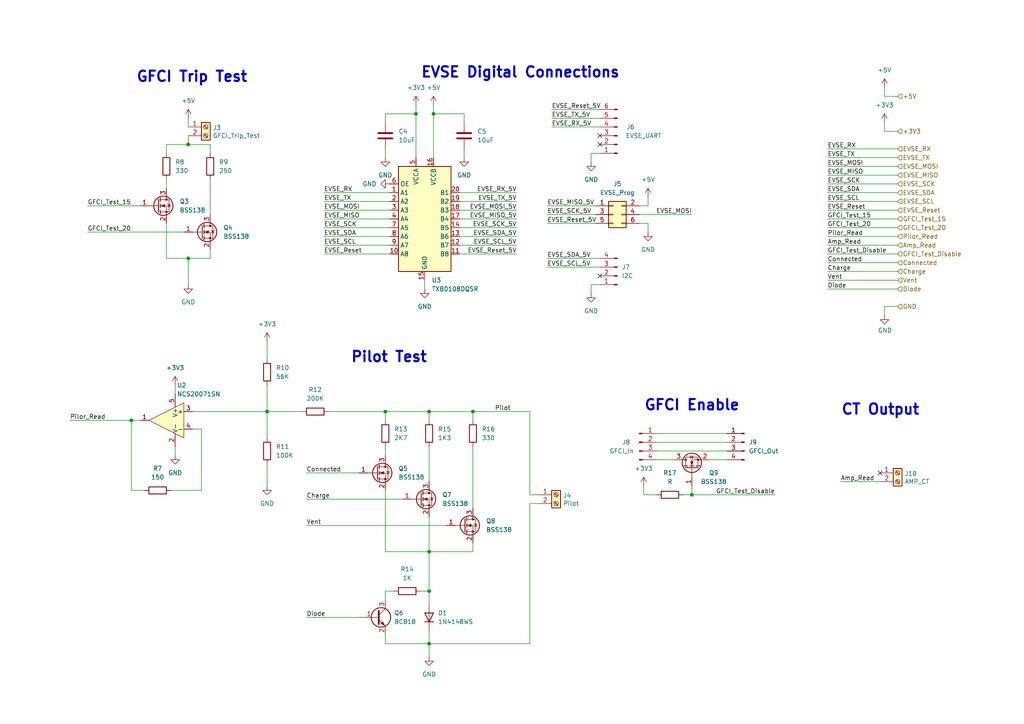
<source format=kicad_sch>
(kicad_sch (version 20211123) (generator eeschema)
  (paper "A4")
  (lib_symbols
    (symbol "Amplifier_Operational:NCS20071SN" (pin_names (offset 0.127))
      (property "Reference" "U" (at 0 10.16 0))
      (property "Value" "NCS20071SN" (at 0 7.62 0))
      (symbol "NCS20071SN_1_1"
        (polyline (pts (xy 5.08 0) (xy -5.08 5.08) (xy -5.08 -5.08) (xy 5.08 0)) (fill (type background)))
        (pin output line (at 7.62 0 180) (length 2.54) (name "~") (number "1"))
        (pin power_in line (at -2.54 -7.62 90) (length 3.81) (name "V-") (number "2"))
        (pin input line (at -7.62 2.54 0) (length 2.54) (name "+") (number "3"))
        (pin input line (at -7.62 -2.54 0) (length 2.54) (name "-") (number "4"))
        (pin power_in line (at -2.54 7.62 270) (length 3.81) (name "V+") (number "5"))
      )
    )
    (symbol "Connector:Conn_01x04_Male" (pin_names (offset 1.016) hide)
      (property "Reference" "J" (at 0 5.08 0))
      (property "Value" "Conn_01x04_Male" (at 0 -7.62 0))
      (symbol "Conn_01x04_Male_1_1"
        (polyline (pts (xy 1.27 -5.08) (xy 0.8636 -5.08)) (stroke (width 0.1524)))
        (polyline (pts (xy 1.27 -2.54) (xy 0.8636 -2.54)) (stroke (width 0.1524)))
        (polyline (pts (xy 1.27 0) (xy 0.8636 0)) (stroke (width 0.1524)))
        (polyline (pts (xy 1.27 2.54) (xy 0.8636 2.54)) (stroke (width 0.1524)))
        (rectangle (start 0.8636 -4.953) (end 0 -5.207) (stroke (width 0.1524)) (fill (type outline)))
        (rectangle (start 0.8636 -2.413) (end 0 -2.667) (stroke (width 0.1524)) (fill (type outline)))
        (rectangle (start 0.8636 0.127) (end 0 -0.127) (stroke (width 0.1524)) (fill (type outline)))
        (rectangle (start 0.8636 2.667) (end 0 2.413) (stroke (width 0.1524)) (fill (type outline)))
        (pin passive line (at 5.08 2.54 180) (length 3.81) (name "Pin_1") (number "1"))
        (pin passive line (at 5.08 0 180) (length 3.81) (name "Pin_2") (number "2"))
        (pin passive line (at 5.08 -2.54 180) (length 3.81) (name "Pin_3") (number "3"))
        (pin passive line (at 5.08 -5.08 180) (length 3.81) (name "Pin_4") (number "4"))
      )
    )
    (symbol "Connector:Conn_01x06_Male" (pin_names (offset 1.016) hide)
      (property "Reference" "J" (at 0 7.62 0))
      (property "Value" "Conn_01x06_Male" (at 0 -10.16 0))
      (symbol "Conn_01x06_Male_1_1"
        (polyline (pts (xy 1.27 -7.62) (xy 0.8636 -7.62)) (stroke (width 0.1524)))
        (polyline (pts (xy 1.27 -5.08) (xy 0.8636 -5.08)) (stroke (width 0.1524)))
        (polyline (pts (xy 1.27 -2.54) (xy 0.8636 -2.54)) (stroke (width 0.1524)))
        (polyline (pts (xy 1.27 0) (xy 0.8636 0)) (stroke (width 0.1524)))
        (polyline (pts (xy 1.27 2.54) (xy 0.8636 2.54)) (stroke (width 0.1524)))
        (polyline (pts (xy 1.27 5.08) (xy 0.8636 5.08)) (stroke (width 0.1524)))
        (rectangle (start 0.8636 -7.493) (end 0 -7.747) (stroke (width 0.1524)) (fill (type outline)))
        (rectangle (start 0.8636 -4.953) (end 0 -5.207) (stroke (width 0.1524)) (fill (type outline)))
        (rectangle (start 0.8636 -2.413) (end 0 -2.667) (stroke (width 0.1524)) (fill (type outline)))
        (rectangle (start 0.8636 0.127) (end 0 -0.127) (stroke (width 0.1524)) (fill (type outline)))
        (rectangle (start 0.8636 2.667) (end 0 2.413) (stroke (width 0.1524)) (fill (type outline)))
        (rectangle (start 0.8636 5.207) (end 0 4.953) (stroke (width 0.1524)) (fill (type outline)))
        (pin passive line (at 5.08 5.08 180) (length 3.81) (name "Pin_1") (number "1"))
        (pin passive line (at 5.08 2.54 180) (length 3.81) (name "Pin_2") (number "2"))
        (pin passive line (at 5.08 0 180) (length 3.81) (name "Pin_3") (number "3"))
        (pin passive line (at 5.08 -2.54 180) (length 3.81) (name "Pin_4") (number "4"))
        (pin passive line (at 5.08 -5.08 180) (length 3.81) (name "Pin_5") (number "5"))
        (pin passive line (at 5.08 -7.62 180) (length 3.81) (name "Pin_6") (number "6"))
      )
    )
    (symbol "Connector:Screw_Terminal_01x02" (pin_names (offset 1.016) hide)
      (property "Reference" "J" (at 0 2.54 0))
      (property "Value" "Screw_Terminal_01x02" (at 0 -5.08 0))
      (symbol "Screw_Terminal_01x02_1_1"
        (rectangle (start -1.27 1.27) (end 1.27 -3.81) (stroke (width 0.254)) (fill (type background)))
        (circle (center 0 -2.54) (radius 0.635) (stroke (width 0.1524)))
        (polyline (pts (xy -0.5334 -2.2098) (xy 0.3302 -3.048)) (stroke (width 0.1524)))
        (polyline (pts (xy -0.5334 0.3302) (xy 0.3302 -0.508)) (stroke (width 0.1524)))
        (polyline (pts (xy -0.3556 -2.032) (xy 0.508 -2.8702)) (stroke (width 0.1524)))
        (polyline (pts (xy -0.3556 0.508) (xy 0.508 -0.3302)) (stroke (width 0.1524)))
        (circle (center 0 0) (radius 0.635) (stroke (width 0.1524)))
        (pin passive line (at -5.08 0 0) (length 3.81) (name "Pin_1") (number "1"))
        (pin passive line (at -5.08 -2.54 0) (length 3.81) (name "Pin_2") (number "2"))
      )
    )
    (symbol "Connector_Generic:Conn_02x03_Odd_Even" (pin_names (offset 1.016) hide)
      (property "Reference" "J" (at 1.27 5.08 0))
      (property "Value" "Conn_02x03_Odd_Even" (at 1.27 -5.08 0))
      (symbol "Conn_02x03_Odd_Even_1_1"
        (rectangle (start -1.27 -2.413) (end 0 -2.667) (stroke (width 0.1524)))
        (rectangle (start -1.27 0.127) (end 0 -0.127) (stroke (width 0.1524)))
        (rectangle (start -1.27 2.667) (end 0 2.413) (stroke (width 0.1524)))
        (rectangle (start -1.27 3.81) (end 3.81 -3.81) (stroke (width 0.254)) (fill (type background)))
        (rectangle (start 3.81 -2.413) (end 2.54 -2.667) (stroke (width 0.1524)))
        (rectangle (start 3.81 0.127) (end 2.54 -0.127) (stroke (width 0.1524)))
        (rectangle (start 3.81 2.667) (end 2.54 2.413) (stroke (width 0.1524)))
        (pin passive line (at -5.08 2.54 0) (length 3.81) (name "Pin_1") (number "1"))
        (pin passive line (at 7.62 2.54 180) (length 3.81) (name "Pin_2") (number "2"))
        (pin passive line (at -5.08 0 0) (length 3.81) (name "Pin_3") (number "3"))
        (pin passive line (at 7.62 0 180) (length 3.81) (name "Pin_4") (number "4"))
        (pin passive line (at -5.08 -2.54 0) (length 3.81) (name "Pin_5") (number "5"))
        (pin passive line (at 7.62 -2.54 180) (length 3.81) (name "Pin_6") (number "6"))
      )
    )
    (symbol "Device:C" (pin_numbers hide) (pin_names (offset 0.254))
      (property "Reference" "C" (at 0.635 2.54 0))
      (property "Value" "C" (at 0.635 -2.54 0))
      (symbol "C_0_1"
        (polyline (pts (xy -2.032 -0.762) (xy 2.032 -0.762)) (stroke (width 0.508)))
        (polyline (pts (xy -2.032 0.762) (xy 2.032 0.762)) (stroke (width 0.508)))
      )
      (symbol "C_1_1"
        (pin passive line (at 0 3.81 270) (length 2.794) (name "~") (number "1"))
        (pin passive line (at 0 -3.81 90) (length 2.794) (name "~") (number "2"))
      )
    )
    (symbol "Device:R" (pin_numbers hide) (pin_names (offset 0))
      (property "Reference" "R" (at 2.032 0 90))
      (property "Value" "R" (at 0 0 90))
      (symbol "R_0_1"
        (rectangle (start -1.016 -2.54) (end 1.016 2.54) (stroke (width 0.254)))
      )
      (symbol "R_1_1"
        (pin passive line (at 0 3.81 270) (length 1.27) (name "~") (number "1"))
        (pin passive line (at 0 -3.81 90) (length 1.27) (name "~") (number "2"))
      )
    )
    (symbol "Diode:1N4148WS" (pin_numbers hide) (pin_names (offset 1.016) hide)
      (property "Reference" "D" (at 0 2.54 0))
      (property "Value" "1N4148WS" (at 0 -2.54 0))
      (symbol "1N4148WS_0_1"
        (polyline (pts (xy -1.27 1.27) (xy -1.27 -1.27)) (stroke (width 0.254)))
        (polyline (pts (xy 1.27 0) (xy -1.27 0)))
        (polyline (pts (xy 1.27 1.27) (xy 1.27 -1.27) (xy -1.27 0) (xy 1.27 1.27)) (stroke (width 0.254)))
      )
      (symbol "1N4148WS_1_1"
        (pin passive line (at -3.81 0 0) (length 2.54) (name "K") (number "1"))
        (pin passive line (at 3.81 0 180) (length 2.54) (name "A") (number "2"))
      )
    )
    (symbol "Logic_LevelTranslator:TXB0108DQSR"
      (property "Reference" "U" (at -6.35 16.51 0))
      (property "Value" "TXB0108DQSR" (at 3.81 16.51 0))
      (symbol "TXB0108DQSR_0_1"
        (rectangle (start -7.62 15.24) (end 7.62 -15.24) (stroke (width 0.254)) (fill (type background)))
      )
      (symbol "TXB0108DQSR_1_1"
        (pin bidirectional line (at -10.16 7.62 0) (length 2.54) (name "A1") (number "1"))
        (pin bidirectional line (at -10.16 -10.16 0) (length 2.54) (name "A8") (number "10"))
        (pin bidirectional line (at 10.16 -10.16 180) (length 2.54) (name "B8") (number "11"))
        (pin bidirectional line (at 10.16 -7.62 180) (length 2.54) (name "B7") (number "12"))
        (pin bidirectional line (at 10.16 -5.08 180) (length 2.54) (name "B6") (number "13"))
        (pin bidirectional line (at 10.16 -2.54 180) (length 2.54) (name "B5") (number "14"))
        (pin power_in line (at 0 -17.78 90) (length 2.54) (name "GND") (number "15"))
        (pin power_in line (at 2.54 17.78 270) (length 2.54) (name "VCCB") (number "16"))
        (pin bidirectional line (at 10.16 0 180) (length 2.54) (name "B4") (number "17"))
        (pin bidirectional line (at 10.16 2.54 180) (length 2.54) (name "B3") (number "18"))
        (pin bidirectional line (at 10.16 5.08 180) (length 2.54) (name "B2") (number "19"))
        (pin bidirectional line (at -10.16 5.08 0) (length 2.54) (name "A2") (number "2"))
        (pin bidirectional line (at 10.16 7.62 180) (length 2.54) (name "B1") (number "20"))
        (pin bidirectional line (at -10.16 2.54 0) (length 2.54) (name "A3") (number "3"))
        (pin bidirectional line (at -10.16 0 0) (length 2.54) (name "A4") (number "4"))
        (pin power_in line (at -2.54 17.78 270) (length 2.54) (name "VCCA") (number "5"))
        (pin input line (at -10.16 10.16 0) (length 2.54) (name "OE") (number "6"))
        (pin bidirectional line (at -10.16 -2.54 0) (length 2.54) (name "A5") (number "7"))
        (pin bidirectional line (at -10.16 -5.08 0) (length 2.54) (name "A6") (number "8"))
        (pin bidirectional line (at -10.16 -7.62 0) (length 2.54) (name "A7") (number "9"))
      )
    )
    (symbol "Transistor_BJT:BC818" (pin_names (offset 0) hide)
      (property "Reference" "Q" (at 5.08 1.905 0))
      (property "Value" "BC818" (at 5.08 0 0))
      (symbol "BC818_0_1"
        (polyline (pts (xy 0.635 0.635) (xy 2.54 2.54)))
        (polyline (pts (xy 0.635 -0.635) (xy 2.54 -2.54) (xy 2.54 -2.54)))
        (polyline (pts (xy 0.635 1.905) (xy 0.635 -1.905) (xy 0.635 -1.905)) (stroke (width 0.508)))
        (polyline (pts (xy 1.27 -1.778) (xy 1.778 -1.27) (xy 2.286 -2.286) (xy 1.27 -1.778) (xy 1.27 -1.778)) (fill (type outline)))
        (circle (center 1.27 0) (radius 2.8194) (stroke (width 0.254)))
      )
      (symbol "BC818_1_1"
        (pin input line (at -5.08 0 0) (length 5.715) (name "B") (number "1"))
        (pin passive line (at 2.54 -5.08 90) (length 2.54) (name "E") (number "2"))
        (pin passive line (at 2.54 5.08 270) (length 2.54) (name "C") (number "3"))
      )
    )
    (symbol "Transistor_FET:BSS138" (pin_names hide)
      (property "Reference" "Q" (at 5.08 1.905 0))
      (property "Value" "BSS138" (at 5.08 0 0))
      (symbol "BSS138_0_1"
        (polyline (pts (xy 0.254 0) (xy -2.54 0)))
        (polyline (pts (xy 0.254 1.905) (xy 0.254 -1.905)) (stroke (width 0.254)))
        (polyline (pts (xy 0.762 -1.27) (xy 0.762 -2.286)) (stroke (width 0.254)))
        (polyline (pts (xy 0.762 0.508) (xy 0.762 -0.508)) (stroke (width 0.254)))
        (polyline (pts (xy 0.762 2.286) (xy 0.762 1.27)) (stroke (width 0.254)))
        (polyline (pts (xy 2.54 2.54) (xy 2.54 1.778)))
        (polyline (pts (xy 2.54 -2.54) (xy 2.54 0) (xy 0.762 0)))
        (polyline (pts (xy 0.762 -1.778) (xy 3.302 -1.778) (xy 3.302 1.778) (xy 0.762 1.778)))
        (polyline (pts (xy 1.016 0) (xy 2.032 0.381) (xy 2.032 -0.381) (xy 1.016 0)) (fill (type outline)))
        (polyline (pts (xy 2.794 0.508) (xy 2.921 0.381) (xy 3.683 0.381) (xy 3.81 0.254)))
        (polyline (pts (xy 3.302 0.381) (xy 2.921 -0.254) (xy 3.683 -0.254) (xy 3.302 0.381)))
        (circle (center 1.651 0) (radius 2.794) (stroke (width 0.254)))
        (circle (center 2.54 -1.778) (radius 0.254) (fill (type outline)))
        (circle (center 2.54 1.778) (radius 0.254) (fill (type outline)))
      )
      (symbol "BSS138_1_1"
        (pin input line (at -5.08 0 0) (length 2.54) (name "G") (number "1"))
        (pin passive line (at 2.54 -5.08 90) (length 2.54) (name "S") (number "2"))
        (pin passive line (at 2.54 5.08 270) (length 2.54) (name "D") (number "3"))
      )
    )
    (symbol "power:+3V3" (power) (pin_names (offset 0))
      (property "Value" "+3V3" (at 0 3.556 0))
      (symbol "+3V3_0_1"
        (polyline (pts (xy -0.762 1.27) (xy 0 2.54)))
        (polyline (pts (xy 0 0) (xy 0 2.54)))
        (polyline (pts (xy 0 2.54) (xy 0.762 1.27)))
      )
      (symbol "+3V3_1_1"
        (pin power_in line (at 0 0 90) (length 0) hide (name "+3V3") (number "1"))
      )
    )
    (symbol "power:+5V" (power) (pin_names (offset 0))
      (property "Value" "+5V" (at 0 3.556 0))
      (symbol "+5V_0_1"
        (polyline (pts (xy -0.762 1.27) (xy 0 2.54)))
        (polyline (pts (xy 0 0) (xy 0 2.54)))
        (polyline (pts (xy 0 2.54) (xy 0.762 1.27)))
      )
      (symbol "+5V_1_1"
        (pin power_in line (at 0 0 90) (length 0) hide (name "+5V") (number "1"))
      )
    )
    (symbol "power:GND" (power) (pin_names (offset 0))
      (property "Value" "GND" (at 0 -3.81 0))
      (symbol "GND_0_1"
        (polyline (pts (xy 0 0) (xy 0 -1.27) (xy 1.27 -1.27) (xy 0 -2.54) (xy -1.27 -1.27) (xy 0 -1.27)))
      )
      (symbol "GND_1_1"
        (pin power_in line (at 0 0 270) (length 0) hide (name "GND") (number "1"))
      )
    )
  )
  (junction (at 124.46 171.45))
  (junction (at 54.61 74.93))
  (junction (at 111.76 119.38))
  (junction (at 125.73 33.02))
  (junction (at 38.1 121.92))
  (junction (at 124.46 186.69))
  (junction (at 137.16 119.38))
  (junction (at 54.61 41.91))
  (junction (at 124.46 160.02))
  (junction (at 77.47 119.38))
  (junction (at 124.46 119.38))
  (junction (at 200.66 143.51))
  (junction (at 120.65 33.02))
  (no_connect (at 173.99 80.01))
  (no_connect (at 173.99 41.91))
  (no_connect (at 255.27 137.16))
  (no_connect (at 173.99 39.37))
  (wire (pts (xy 133.35 63.5) (xy 149.86 63.5)))
  (wire (pts (xy 111.76 43.18) (xy 111.76 45.72)))
  (wire (pts (xy 25.4 67.31) (xy 53.34 67.31)))
  (wire (pts (xy 111.76 186.69) (xy 124.46 186.69)))
  (wire (pts (xy 111.76 184.15) (xy 111.76 186.69)))
  (wire (pts (xy 77.47 134.62) (xy 77.47 140.97)))
  (wire (pts (xy 93.98 73.66) (xy 113.03 73.66)))
  (wire (pts (xy 120.65 33.02) (xy 120.65 45.72)))
  (wire (pts (xy 256.54 88.9) (xy 256.54 91.44)))
  (wire (pts (xy 124.46 119.38) (xy 124.46 121.92)))
  (wire (pts (xy 55.88 124.46) (xy 58.42 124.46)))
  (wire (pts (xy 88.9 179.07) (xy 104.14 179.07)))
  (wire (pts (xy 54.61 39.37) (xy 54.61 41.91)))
  (wire (pts (xy 156.21 146.05) (xy 153.67 146.05)))
  (wire (pts (xy 133.35 58.42) (xy 149.86 58.42)))
  (wire (pts (xy 134.62 43.18) (xy 134.62 45.72)))
  (wire (pts (xy 186.69 143.51) (xy 190.5 143.51)))
  (wire (pts (xy 260.35 27.94) (xy 256.54 27.94)))
  (wire (pts (xy 171.45 82.55) (xy 171.45 85.09)))
  (wire (pts (xy 41.91 142.24) (xy 38.1 142.24)))
  (wire (pts (xy 190.5 125.73) (xy 210.82 125.73)))
  (wire (pts (xy 54.61 34.29) (xy 54.61 36.83)))
  (wire (pts (xy 205.74 133.35) (xy 210.82 133.35)))
  (wire (pts (xy 240.03 45.72) (xy 260.35 45.72)))
  (wire (pts (xy 124.46 129.54) (xy 124.46 139.7)))
  (wire (pts (xy 77.47 119.38) (xy 77.47 127)))
  (wire (pts (xy 153.67 146.05) (xy 153.67 186.69)))
  (wire (pts (xy 240.03 53.34) (xy 260.35 53.34)))
  (wire (pts (xy 54.61 74.93) (xy 54.61 82.55)))
  (wire (pts (xy 156.21 143.51) (xy 153.67 143.51)))
  (wire (pts (xy 133.35 60.96) (xy 149.86 60.96)))
  (wire (pts (xy 77.47 99.06) (xy 77.47 104.14)))
  (wire (pts (xy 240.03 83.82) (xy 260.35 83.82)))
  (wire (pts (xy 260.35 38.1) (xy 256.54 38.1)))
  (wire (pts (xy 124.46 160.02) (xy 124.46 171.45)))
  (wire (pts (xy 158.75 77.47) (xy 173.99 77.47)))
  (wire (pts (xy 243.84 139.7) (xy 255.27 139.7)))
  (wire (pts (xy 240.03 48.26) (xy 260.35 48.26)))
  (wire (pts (xy 256.54 27.94) (xy 256.54 25.4)))
  (wire (pts (xy 50.8 129.54) (xy 50.8 132.08)))
  (wire (pts (xy 111.76 35.56) (xy 111.76 33.02)))
  (wire (pts (xy 124.46 119.38) (xy 111.76 119.38)))
  (wire (pts (xy 240.03 50.8) (xy 260.35 50.8)))
  (wire (pts (xy 240.03 63.5) (xy 260.35 63.5)))
  (wire (pts (xy 111.76 173.99) (xy 111.76 171.45)))
  (wire (pts (xy 190.5 128.27) (xy 210.82 128.27)))
  (wire (pts (xy 54.61 74.93) (xy 48.26 74.93)))
  (wire (pts (xy 185.42 59.69) (xy 187.96 59.69)))
  (wire (pts (xy 173.99 44.45) (xy 171.45 44.45)))
  (wire (pts (xy 48.26 41.91) (xy 54.61 41.91)))
  (wire (pts (xy 187.96 64.77) (xy 187.96 67.31)))
  (wire (pts (xy 38.1 121.92) (xy 40.64 121.92)))
  (wire (pts (xy 58.42 124.46) (xy 58.42 142.24)))
  (wire (pts (xy 111.76 33.02) (xy 120.65 33.02)))
  (wire (pts (xy 158.75 64.77) (xy 172.72 64.77)))
  (wire (pts (xy 190.5 133.35) (xy 195.58 133.35)))
  (wire (pts (xy 158.75 62.23) (xy 172.72 62.23)))
  (wire (pts (xy 93.98 63.5) (xy 113.03 63.5)))
  (wire (pts (xy 38.1 142.24) (xy 38.1 121.92)))
  (wire (pts (xy 133.35 66.04) (xy 149.86 66.04)))
  (wire (pts (xy 198.12 143.51) (xy 200.66 143.51)))
  (wire (pts (xy 93.98 60.96) (xy 113.03 60.96)))
  (wire (pts (xy 137.16 160.02) (xy 124.46 160.02)))
  (wire (pts (xy 200.66 143.51) (xy 224.79 143.51)))
  (wire (pts (xy 133.35 71.12) (xy 149.86 71.12)))
  (wire (pts (xy 137.16 129.54) (xy 137.16 147.32)))
  (wire (pts (xy 240.03 71.12) (xy 260.35 71.12)))
  (wire (pts (xy 153.67 119.38) (xy 137.16 119.38)))
  (wire (pts (xy 160.02 31.75) (xy 173.99 31.75)))
  (wire (pts (xy 121.92 171.45) (xy 124.46 171.45)))
  (wire (pts (xy 55.88 119.38) (xy 77.47 119.38)))
  (wire (pts (xy 133.35 55.88) (xy 149.86 55.88)))
  (wire (pts (xy 240.03 76.2) (xy 260.35 76.2)))
  (wire (pts (xy 153.67 186.69) (xy 124.46 186.69)))
  (wire (pts (xy 95.25 119.38) (xy 111.76 119.38)))
  (wire (pts (xy 240.03 55.88) (xy 260.35 55.88)))
  (wire (pts (xy 160.02 36.83) (xy 173.99 36.83)))
  (wire (pts (xy 125.73 30.48) (xy 125.73 33.02)))
  (wire (pts (xy 171.45 44.45) (xy 171.45 46.99)))
  (wire (pts (xy 137.16 119.38) (xy 137.16 121.92)))
  (wire (pts (xy 48.26 64.77) (xy 48.26 74.93)))
  (wire (pts (xy 111.76 160.02) (xy 124.46 160.02)))
  (wire (pts (xy 88.9 144.78) (xy 116.84 144.78)))
  (wire (pts (xy 123.19 81.28) (xy 123.19 83.82)))
  (wire (pts (xy 111.76 119.38) (xy 111.76 121.92)))
  (wire (pts (xy 134.62 33.02) (xy 125.73 33.02)))
  (wire (pts (xy 77.47 111.76) (xy 77.47 119.38)))
  (wire (pts (xy 93.98 71.12) (xy 113.03 71.12)))
  (wire (pts (xy 125.73 33.02) (xy 125.73 45.72)))
  (wire (pts (xy 124.46 182.88) (xy 124.46 186.69)))
  (wire (pts (xy 153.67 143.51) (xy 153.67 119.38)))
  (wire (pts (xy 134.62 35.56) (xy 134.62 33.02)))
  (wire (pts (xy 60.96 52.07) (xy 60.96 62.23)))
  (wire (pts (xy 58.42 142.24) (xy 49.53 142.24)))
  (wire (pts (xy 111.76 171.45) (xy 114.3 171.45)))
  (wire (pts (xy 185.42 62.23) (xy 200.66 62.23)))
  (wire (pts (xy 158.75 74.93) (xy 173.99 74.93)))
  (wire (pts (xy 185.42 64.77) (xy 187.96 64.77)))
  (wire (pts (xy 240.03 66.04) (xy 260.35 66.04)))
  (wire (pts (xy 111.76 129.54) (xy 111.76 132.08)))
  (wire (pts (xy 190.5 130.81) (xy 210.82 130.81)))
  (wire (pts (xy 60.96 74.93) (xy 54.61 74.93)))
  (wire (pts (xy 158.75 59.69) (xy 172.72 59.69)))
  (wire (pts (xy 120.65 30.48) (xy 120.65 33.02)))
  (wire (pts (xy 173.99 82.55) (xy 171.45 82.55)))
  (wire (pts (xy 240.03 68.58) (xy 260.35 68.58)))
  (wire (pts (xy 48.26 52.07) (xy 48.26 54.61)))
  (wire (pts (xy 88.9 152.4) (xy 129.54 152.4)))
  (wire (pts (xy 240.03 73.66) (xy 260.35 73.66)))
  (wire (pts (xy 113.03 55.88) (xy 93.98 55.88)))
  (wire (pts (xy 240.03 78.74) (xy 260.35 78.74)))
  (wire (pts (xy 240.03 58.42) (xy 260.35 58.42)))
  (wire (pts (xy 50.8 111.76) (xy 50.8 114.3)))
  (wire (pts (xy 111.76 142.24) (xy 111.76 160.02)))
  (wire (pts (xy 124.46 149.86) (xy 124.46 160.02)))
  (wire (pts (xy 88.9 137.16) (xy 104.14 137.16)))
  (wire (pts (xy 133.35 73.66) (xy 149.86 73.66)))
  (wire (pts (xy 93.98 66.04) (xy 113.03 66.04)))
  (wire (pts (xy 25.4 59.69) (xy 40.64 59.69)))
  (wire (pts (xy 60.96 41.91) (xy 60.96 44.45)))
  (wire (pts (xy 124.46 171.45) (xy 124.46 175.26)))
  (wire (pts (xy 54.61 41.91) (xy 60.96 41.91)))
  (wire (pts (xy 60.96 72.39) (xy 60.96 74.93)))
  (wire (pts (xy 137.16 157.48) (xy 137.16 160.02)))
  (wire (pts (xy 137.16 119.38) (xy 124.46 119.38)))
  (wire (pts (xy 240.03 81.28) (xy 260.35 81.28)))
  (wire (pts (xy 93.98 68.58) (xy 113.03 68.58)))
  (wire (pts (xy 200.66 143.51) (xy 200.66 140.97)))
  (wire (pts (xy 256.54 38.1) (xy 256.54 35.56)))
  (wire (pts (xy 20.32 121.92) (xy 38.1 121.92)))
  (wire (pts (xy 48.26 41.91) (xy 48.26 44.45)))
  (wire (pts (xy 77.47 119.38) (xy 87.63 119.38)))
  (wire (pts (xy 160.02 34.29) (xy 173.99 34.29)))
  (wire (pts (xy 133.35 68.58) (xy 149.86 68.58)))
  (wire (pts (xy 260.35 88.9) (xy 256.54 88.9)))
  (wire (pts (xy 240.03 43.18) (xy 260.35 43.18)))
  (wire (pts (xy 186.69 140.97) (xy 186.69 143.51)))
  (wire (pts (xy 187.96 59.69) (xy 187.96 57.15)))
  (wire (pts (xy 93.98 58.42) (xy 113.03 58.42)))
  (wire (pts (xy 124.46 186.69) (xy 124.46 190.5)))
  (wire (pts (xy 240.03 60.96) (xy 260.35 60.96)))
  (text "GFCI Trip Test" (at 39.37 24.13 0) (effects (font (size 2.9972 2.9972) (thickness 0.5994) bold) (justify left bottom)))
  (text "EVSE Digital Connections" (at 121.92 22.86 0) (effects (font (size 2.9972 2.9972) (thickness 0.5994) bold) (justify left bottom)))
  (text "GFCI Enable" (at 186.69 119.38 0) (effects (font (size 2.9972 2.9972) (thickness 0.5994) bold) (justify left bottom)))
  (text "Pilot Test" (at 101.6 105.41 0) (effects (font (size 2.9972 2.9972) (thickness 0.5994) bold) (justify left bottom)))
  (text "CT Output" (at 243.84 120.65 0) (effects (font (size 2.9972 2.9972) (thickness 0.5994) bold) (justify left bottom)))
  (label "EVSE_TX_5V" (at 160.02 34.29 0))
  (label "GFCI_Test_15" (at 25.4 59.69 0))
  (label "EVSE_Reset" (at 240.03 60.96 0))
  (label "EVSE_Reset" (at 93.98 73.66 0))
  (label "EVSE_SCL" (at 93.98 71.12 0))
  (label "GFCI_Test_Disable" (at 240.03 73.66 0))
  (label "Charge" (at 88.9 144.78 0))
  (label "Vent" (at 240.03 81.28 0))
  (label "GFCI_Test_20" (at 240.03 66.04 0))
  (label "Pilot" (at 143.51 119.38 0))
  (label "EVSE_SCL_5V" (at 149.86 71.12 180))
  (label "EVSE_MOSI" (at 93.98 60.96 0))
  (label "EVSE_SCK" (at 240.03 53.34 0))
  (label "GFCI_Test_15" (at 240.03 63.5 0))
  (label "Connected" (at 88.9 137.16 0))
  (label "GFCI_Test_20" (at 25.4 67.31 0))
  (label "Vent" (at 88.9 152.4 0))
  (label "EVSE_TX" (at 93.98 58.42 0))
  (label "EVSE_SCK_5V" (at 149.86 66.04 180))
  (label "EVSE_Reset_5V" (at 149.86 73.66 180))
  (label "Diode" (at 88.9 179.07 0))
  (label "EVSE_MOSI" (at 240.03 48.26 0))
  (label "Charge" (at 240.03 78.74 0))
  (label "EVSE_MISO_5V" (at 149.86 63.5 180))
  (label "EVSE_SCK_5V" (at 158.75 62.23 0))
  (label "EVSE_SCL_5V" (at 158.75 77.47 0))
  (label "EVSE_RX_5V" (at 149.86 55.88 180))
  (label "EVSE_TX_5V" (at 149.86 58.42 180))
  (label "EVSE_RX_5V" (at 160.02 36.83 0))
  (label "EVSE_SCK" (at 93.98 66.04 0))
  (label "EVSE_MISO" (at 93.98 63.5 0))
  (label "Diode" (at 240.03 83.82 0))
  (label "EVSE_SCL" (at 240.03 58.42 0))
  (label "EVSE_Reset_5V" (at 158.75 64.77 0))
  (label "Connected" (at 240.03 76.2 0))
  (label "EVSE_SDA_5V" (at 149.86 68.58 180))
  (label "EVSE_MISO" (at 240.03 50.8 0))
  (label "EVSE_MISO_5V" (at 158.75 59.69 0))
  (label "EVSE_Reset_5V" (at 160.02 31.75 0))
  (label "EVSE_SDA" (at 240.03 55.88 0))
  (label "EVSE_SDA" (at 93.98 68.58 0))
  (label "Pilor_Read" (at 20.32 121.92 0))
  (label "EVSE_SDA_5V" (at 158.75 74.93 0))
  (label "EVSE_RX" (at 240.03 43.18 0))
  (label "EVSE_TX" (at 240.03 45.72 0))
  (label "EVSE_RX" (at 93.98 55.88 0))
  (label "GFCI_Test_Disable" (at 224.79 143.51 180))
  (label "EVSE_MOSI" (at 200.66 62.23 180))
  (label "EVSE_MOSI_5V" (at 149.86 60.96 180))
  (label "Pilor_Read" (at 240.03 68.58 0))
  (label "Amp_Read" (at 243.84 139.7 0))
  (label "Amp_Read" (at 240.03 71.12 0))
  (hierarchical_label "EVSE_TX" (shape input) (at 260.35 45.72 0))
  (hierarchical_label "GFCI_Test_15" (shape input) (at 260.35 63.5 0))
  (hierarchical_label "Charge" (shape input) (at 260.35 78.74 0))
  (hierarchical_label "Vent" (shape input) (at 260.35 81.28 0))
  (hierarchical_label "EVSE_MOSI" (shape input) (at 260.35 48.26 0))
  (hierarchical_label "EVSE_RX" (shape input) (at 260.35 43.18 0))
  (hierarchical_label "Amp_Read" (shape input) (at 260.35 71.12 0))
  (hierarchical_label "+3V3" (shape input) (at 260.35 38.1 0))
  (hierarchical_label "EVSE_SCL" (shape input) (at 260.35 58.42 0))
  (hierarchical_label "Connected" (shape input) (at 260.35 76.2 0))
  (hierarchical_label "GFCI_Test_20" (shape input) (at 260.35 66.04 0))
  (hierarchical_label "GFCI_Test_Disable" (shape input) (at 260.35 73.66 0))
  (hierarchical_label "EVSE_SDA" (shape input) (at 260.35 55.88 0))
  (hierarchical_label "GND" (shape input) (at 260.35 88.9 0))
  (hierarchical_label "Pilor_Read" (shape input) (at 260.35 68.58 0))
  (hierarchical_label "Diode" (shape input) (at 260.35 83.82 0))
  (hierarchical_label "EVSE_MISO" (shape input) (at 260.35 50.8 0))
  (hierarchical_label "+5V" (shape input) (at 260.35 27.94 0))
  (hierarchical_label "EVSE_SCK" (shape input) (at 260.35 53.34 0))
  (hierarchical_label "EVSE_Reset" (shape input) (at 260.35 60.96 0))
  (symbol (lib_id "Transistor_FET:BSS138") (at 58.42 67.31 0) (unit 1)
    (property "Reference" "Q4" (at 64.77 66.0399 0) (effects (justify left)))
    (property "Value" "BSS138" (at 64.77 68.5799 0) (effects (justify left)))
    (property "Footprint" "Package_TO_SOT_SMD:SOT-23" (effects hide))
    (property "Datasheet" "https://www.onsemi.com/pub/Collateral/BSS138-D.PDF" (effects hide))
  )
  (symbol (lib_id "power:GND") (at 134.62 45.72 0) (unit 1)
    (property "Reference" "#PWR036" (effects hide))
    (property "Value" "GND" (at 134.62 50.8 0))
  )
  (symbol (lib_id "Transistor_FET:BSS138") (at 134.62 152.4 0) (unit 1)
    (property "Reference" "Q8" (at 140.97 151.1299 0) (effects (justify left)))
    (property "Value" "BSS138" (at 140.97 153.6699 0) (effects (justify left)))
    (property "Footprint" "Package_TO_SOT_SMD:SOT-23" (effects hide))
    (property "Datasheet" "https://www.onsemi.com/pub/Collateral/BSS138-D.PDF" (effects hide))
  )
  (symbol (lib_id "Device:C") (at 111.76 39.37 0) (unit 1)
    (property "Reference" "C4" (at 115.57 38.0999 0) (effects (justify left)))
    (property "Value" "10uF" (at 115.57 40.6399 0) (effects (justify left)))
  )
  (symbol (lib_id "Device:R") (at 60.96 48.26 0) (unit 1)
    (property "Reference" "R9" (at 63.5 46.9899 0) (effects (justify left)))
    (property "Value" "250" (at 63.5 49.5299 0) (effects (justify left)))
  )
  (symbol (lib_id "Device:R") (at 77.47 130.81 0) (unit 1)
    (property "Reference" "R11" (at 80.01 129.5399 0) (effects (justify left)))
    (property "Value" "100K" (at 80.01 132.0799 0) (effects (justify left)))
  )
  (symbol (lib_id "Device:R") (at 137.16 125.73 0) (unit 1)
    (property "Reference" "R16" (at 139.7 124.4599 0) (effects (justify left)))
    (property "Value" "330" (at 139.7 126.9999 0) (effects (justify left)))
  )
  (symbol (lib_id "Connector:Screw_Terminal_01x02") (at 59.69 36.83 0) (unit 1)
    (property "Reference" "J3" (at 61.722 37.0332 0) (effects (justify left)))
    (property "Value" "GFCI_Trip_Test" (at 61.722 39.3446 0) (effects (justify left)))
  )
  (symbol (lib_id "power:+5V") (at 256.54 25.4 0) (unit 1)
    (property "Reference" "#PWR035" (effects hide))
    (property "Value" "+5V" (at 256.54 20.32 0))
  )
  (symbol (lib_id "Device:R") (at 124.46 125.73 0) (unit 1)
    (property "Reference" "R15" (at 127 124.4599 0) (effects (justify left)))
    (property "Value" "1K3" (at 127 126.9999 0) (effects (justify left)))
  )
  (symbol (lib_id "power:+3V3") (at 256.54 35.56 0) (unit 1)
    (property "Reference" "#PWR0107" (effects hide))
    (property "Value" "+3V3" (at 256.54 30.48 0))
  )
  (symbol (lib_id "power:+5V") (at 187.96 57.15 0) (unit 1)
    (property "Reference" "#PWR033" (effects hide))
    (property "Value" "+5V" (at 187.96 52.07 0))
  )
  (symbol (lib_id "power:+5V") (at 54.61 34.29 0) (unit 1)
    (property "Reference" "#PWR021" (effects hide))
    (property "Value" "+5V" (at 54.61 29.21 0))
  )
  (symbol (lib_id "power:+3V3") (at 77.47 99.06 0) (unit 1)
    (property "Reference" "#PWR0104" (effects hide))
    (property "Value" "+3V3" (at 77.47 93.98 0))
  )
  (symbol (lib_id "power:GND") (at 77.47 140.97 0) (unit 1)
    (property "Reference" "#PWR024" (effects hide))
    (property "Value" "GND" (at 77.47 146.05 0))
  )
  (symbol (lib_id "Device:R") (at 77.47 107.95 0) (unit 1)
    (property "Reference" "R10" (at 80.01 106.6799 0) (effects (justify left)))
    (property "Value" "56K" (at 80.01 109.2199 0) (effects (justify left)))
  )
  (symbol (lib_id "power:GND") (at 113.03 53.34 270) (unit 1)
    (property "Reference" "#PWR025" (effects hide))
    (property "Value" "GND" (at 109.22 53.3399 90) (effects (justify right)))
  )
  (symbol (lib_id "power:GND") (at 123.19 83.82 0) (unit 1)
    (property "Reference" "#PWR028" (effects hide))
    (property "Value" "GND" (at 123.19 88.9 0))
  )
  (symbol (lib_id "power:GND") (at 124.46 190.5 0) (unit 1)
    (property "Reference" "#PWR027" (effects hide))
    (property "Value" "GND" (at 124.46 195.58 0))
  )
  (symbol (lib_id "power:GND") (at 187.96 67.31 0) (unit 1)
    (property "Reference" "#PWR034" (effects hide))
    (property "Value" "GND" (at 187.96 72.39 0))
  )
  (symbol (lib_id "Transistor_FET:BSS138") (at 45.72 59.69 0) (unit 1)
    (property "Reference" "Q3" (at 52.07 58.4199 0) (effects (justify left)))
    (property "Value" "BSS138" (at 52.07 60.9599 0) (effects (justify left)))
    (property "Footprint" "Package_TO_SOT_SMD:SOT-23" (effects hide))
    (property "Datasheet" "https://www.onsemi.com/pub/Collateral/BSS138-D.PDF" (effects hide))
  )
  (symbol (lib_id "Transistor_BJT:BC818") (at 109.22 179.07 0) (unit 1)
    (property "Reference" "Q6" (at 114.3 177.7999 0) (effects (justify left)))
    (property "Value" "BC818" (at 114.3 180.3399 0) (effects (justify left)))
    (property "Footprint" "Package_TO_SOT_SMD:SOT-23" (effects hide))
    (property "Datasheet" "https://www.onsemi.com/pub/Collateral/BC818-D.pdf" (effects hide))
  )
  (symbol (lib_id "Connector:Screw_Terminal_01x02") (at 260.35 137.16 0) (unit 1)
    (property "Reference" "J10" (at 262.382 137.3632 0) (effects (justify left)))
    (property "Value" "AMP_CT" (at 262.382 139.6746 0) (effects (justify left)))
  )
  (symbol (lib_id "Connector:Conn_01x04_Male") (at 185.42 128.27 0) (unit 1)
    (property "Reference" "J8" (at 181.61 128.27 0))
    (property "Value" "GFCI_In" (at 180.34 130.81 0))
  )
  (symbol (lib_id "power:GND") (at 50.8 132.08 0) (unit 1)
    (property "Reference" "#PWR020" (effects hide))
    (property "Value" "GND" (at 50.8 137.16 0))
  )
  (symbol (lib_id "Connector:Conn_01x04_Male") (at 179.07 80.01 180) (unit 1)
    (property "Reference" "J7" (at 180.34 77.4699 0) (effects (justify right)))
    (property "Value" "I2C" (at 180.34 80.0099 0) (effects (justify right)))
  )
  (symbol (lib_id "Device:R") (at 48.26 48.26 0) (unit 1)
    (property "Reference" "R8" (at 50.8 46.9899 0) (effects (justify left)))
    (property "Value" "330" (at 50.8 49.5299 0) (effects (justify left)))
  )
  (symbol (lib_id "Device:C") (at 134.62 39.37 0) (unit 1)
    (property "Reference" "C5" (at 138.43 38.0999 0) (effects (justify left)))
    (property "Value" "10uF" (at 138.43 40.6399 0) (effects (justify left)))
  )
  (symbol (lib_id "Transistor_FET:BSS138") (at 200.66 135.89 90) (unit 1)
    (property "Reference" "Q9" (at 207.01 137.16 90))
    (property "Value" "BSS138" (at 207.01 139.7 90))
    (property "Footprint" "Package_TO_SOT_SMD:SOT-23" (effects hide))
    (property "Datasheet" "https://www.onsemi.com/pub/Collateral/BSS138-D.PDF" (effects hide))
  )
  (symbol (lib_id "Device:R") (at 194.31 143.51 90) (unit 1)
    (property "Reference" "R17" (at 194.31 137.16 90))
    (property "Value" "R" (at 194.31 139.7 90))
  )
  (symbol (lib_id "Transistor_FET:BSS138") (at 109.22 137.16 0) (unit 1)
    (property "Reference" "Q5" (at 115.57 135.8899 0) (effects (justify left)))
    (property "Value" "BSS138" (at 115.57 138.4299 0) (effects (justify left)))
    (property "Footprint" "Package_TO_SOT_SMD:SOT-23" (effects hide))
    (property "Datasheet" "https://www.onsemi.com/pub/Collateral/BSS138-D.PDF" (effects hide))
  )
  (symbol (lib_id "power:+3V3") (at 120.65 30.48 0) (unit 1)
    (property "Reference" "#PWR0106" (effects hide))
    (property "Value" "+3V3" (at 120.65 25.4 0))
  )
  (symbol (lib_id "Device:R") (at 111.76 125.73 0) (unit 1)
    (property "Reference" "R13" (at 114.3 124.4599 0) (effects (justify left)))
    (property "Value" "2K7" (at 114.3 126.9999 0) (effects (justify left)))
  )
  (symbol (lib_id "Connector_Generic:Conn_02x03_Odd_Even") (at 177.8 62.23 0) (unit 1)
    (property "Reference" "J5" (at 179.07 53.34 0))
    (property "Value" "EVSE_Prog" (at 179.07 55.88 0))
  )
  (symbol (lib_id "power:GND") (at 54.61 82.55 0) (unit 1)
    (property "Reference" "#PWR022" (effects hide))
    (property "Value" "GND" (at 54.61 87.63 0))
  )
  (symbol (lib_id "Connector:Screw_Terminal_01x02") (at 161.29 143.51 0) (unit 1)
    (property "Reference" "J4" (at 163.322 143.7132 0) (effects (justify left)))
    (property "Value" "Pilot" (at 163.322 146.0246 0) (effects (justify left)))
  )
  (symbol (lib_id "Diode:1N4148WS") (at 124.46 179.07 90) (unit 1)
    (property "Reference" "D1" (at 127 177.7999 90) (effects (justify right)))
    (property "Value" "1N4148WS" (at 127 180.3399 90) (effects (justify right)))
    (property "Footprint" "Diode_SMD:D_SOD-323" (effects hide))
    (property "Datasheet" "https://www.vishay.com/docs/85751/1n4148ws.pdf" (effects hide))
  )
  (symbol (lib_id "power:GND") (at 171.45 85.09 0) (unit 1)
    (property "Reference" "#PWR031" (effects hide))
    (property "Value" "GND" (at 171.45 90.17 0))
  )
  (symbol (lib_id "Device:R") (at 118.11 171.45 90) (unit 1)
    (property "Reference" "R14" (at 118.11 165.1 90))
    (property "Value" "1K" (at 118.11 167.64 90))
  )
  (symbol (lib_id "power:+3V3") (at 50.8 111.76 0) (unit 1)
    (property "Reference" "#PWR0105" (effects hide))
    (property "Value" "+3V3" (at 50.8 106.68 0))
  )
  (symbol (lib_id "Transistor_FET:BSS138") (at 121.92 144.78 0) (unit 1)
    (property "Reference" "Q7" (at 128.27 143.5099 0) (effects (justify left)))
    (property "Value" "BSS138" (at 128.27 146.0499 0) (effects (justify left)))
    (property "Footprint" "Package_TO_SOT_SMD:SOT-23" (effects hide))
    (property "Datasheet" "https://www.onsemi.com/pub/Collateral/BSS138-D.PDF" (effects hide))
  )
  (symbol (lib_id "power:GND") (at 171.45 46.99 0) (unit 1)
    (property "Reference" "#PWR030" (effects hide))
    (property "Value" "GND" (at 171.45 52.07 0))
  )
  (symbol (lib_id "Connector:Conn_01x04_Male") (at 215.9 128.27 0) (mirror y) (unit 1)
    (property "Reference" "J9" (at 217.17 128.2699 0) (effects (justify right)))
    (property "Value" "GFCI_Out" (at 217.17 130.8099 0) (effects (justify right)))
  )
  (symbol (lib_id "Device:R") (at 45.72 142.24 90) (unit 1)
    (property "Reference" "R7" (at 45.72 135.89 90))
    (property "Value" "150" (at 45.72 138.43 90))
  )
  (symbol (lib_id "Device:R") (at 91.44 119.38 90) (unit 1)
    (property "Reference" "R12" (at 91.44 113.03 90))
    (property "Value" "200K" (at 91.44 115.57 90))
  )
  (symbol (lib_id "power:+5V") (at 125.73 30.48 0) (unit 1)
    (property "Reference" "#PWR029" (effects hide))
    (property "Value" "+5V" (at 125.73 25.4 0))
  )
  (symbol (lib_id "power:GND") (at 111.76 45.72 0) (unit 1)
    (property "Reference" "#PWR026" (effects hide))
    (property "Value" "GND" (at 111.76 50.8 0))
  )
  (symbol (lib_id "Connector:Conn_01x06_Male") (at 179.07 39.37 180) (unit 1)
    (property "Reference" "J6" (at 182.88 36.83 0))
    (property "Value" "EVSE_UART" (at 186.69 39.37 0))
  )
  (symbol (lib_id "power:GND") (at 256.54 91.44 0) (unit 1)
    (property "Reference" "#PWR037" (effects hide))
    (property "Value" "GND" (at 256.667 95.8342 0))
  )
  (symbol (lib_id "power:+3V3") (at 186.69 140.97 0) (unit 1)
    (property "Reference" "#PWR0108" (effects hide))
    (property "Value" "+3V3" (at 186.69 135.89 0))
  )
  (symbol (lib_id "Logic_LevelTranslator:TXB0108DQSR") (at 123.19 63.5 0) (unit 1)
    (property "Reference" "U3" (at 125.2094 81.28 0) (effects (justify left)))
    (property "Value" "TXB0108DQSR" (at 125.2094 83.82 0) (effects (justify left)))
    (property "Footprint" "Package_SON:USON-20_2x4mm_P0.4mm" (effects hide))
    (property "Datasheet" "http://www.ti.com/lit/ds/symlink/txb0108.pdf" (effects hide))
  )
  (symbol (lib_id "Amplifier_Operational:NCS20071SN") (at 48.26 121.92 0) (mirror y) (unit 1)
    (property "Reference" "U2" (at 51.3206 111.76 0) (effects (justify right)))
    (property "Value" "NCS20071SN" (at 51.3206 114.3 0) (effects (justify right)))
    (property "Footprint" "Package_SO:TSOP-5_1.65x3.05mm_P0.95mm" (effects hide))
    (property "Datasheet" "https://www.onsemi.com/pub/Collateral/NCS20071-D.PDF" (effects hide))
  )
)
</source>
